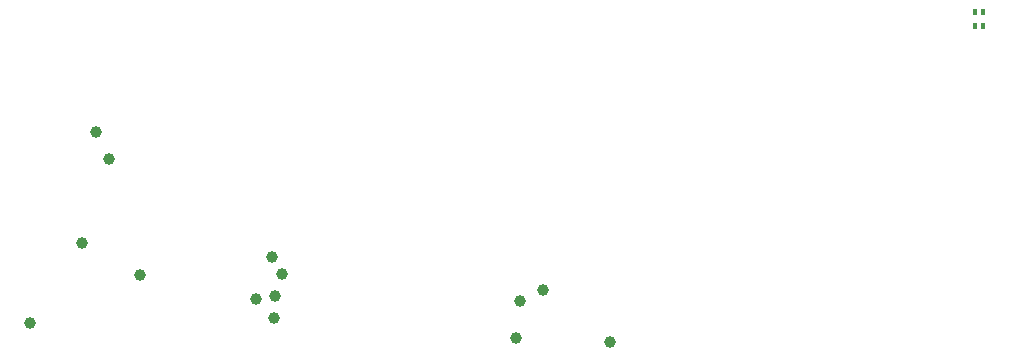
<source format=gbp>
G04 Layer_Color=128*
%FSLAX44Y44*%
%MOMM*%
G71*
G01*
G75*
G04:AMPARAMS|DCode=17|XSize=1mm|YSize=1mm|CornerRadius=0.5mm|HoleSize=0mm|Usage=FLASHONLY|Rotation=90.000|XOffset=0mm|YOffset=0mm|HoleType=Round|Shape=RoundedRectangle|*
%AMROUNDEDRECTD17*
21,1,1.0000,0.0000,0,0,90.0*
21,1,0.0000,1.0000,0,0,90.0*
1,1,1.0000,0.0000,0.0000*
1,1,1.0000,0.0000,0.0000*
1,1,1.0000,0.0000,0.0000*
1,1,1.0000,0.0000,0.0000*
%
%ADD17ROUNDEDRECTD17*%
G04:AMPARAMS|DCode=18|XSize=1mm|YSize=1mm|CornerRadius=0.5mm|HoleSize=0mm|Usage=FLASHONLY|Rotation=0.000|XOffset=0mm|YOffset=0mm|HoleType=Round|Shape=RoundedRectangle|*
%AMROUNDEDRECTD18*
21,1,1.0000,0.0000,0,0,0.0*
21,1,0.0000,1.0000,0,0,0.0*
1,1,1.0000,0.0000,0.0000*
1,1,1.0000,0.0000,0.0000*
1,1,1.0000,0.0000,0.0000*
1,1,1.0000,0.0000,0.0000*
%
%ADD18ROUNDEDRECTD18*%
%ADD75R,0.4500X0.6000*%
D17*
X2299716Y2207006D02*
D03*
X2159714Y2323610D02*
D03*
D18*
X2305812Y2225548D02*
D03*
X2299462Y2188972D02*
D03*
X2297430Y2240026D02*
D03*
X2583688Y2168652D02*
D03*
X2526919Y2212213D02*
D03*
X2507488Y2202688D02*
D03*
X2283968Y2204466D02*
D03*
X2092452Y2184654D02*
D03*
X2503932Y2171700D02*
D03*
X2136648Y2252218D02*
D03*
X2148284Y2346470D02*
D03*
X2185622Y2224804D02*
D03*
D75*
X2892250Y2447956D02*
D03*
Y2435956D02*
D03*
X2899750Y2447956D02*
D03*
Y2435956D02*
D03*
M02*

</source>
